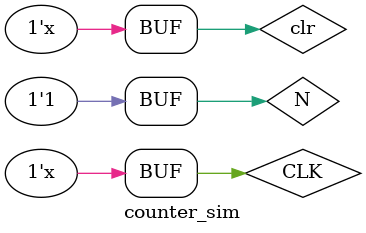
<source format=v>
`timescale 1ns / 1ps

module counter_sim();

reg CLK,clr,N;
wire A0,A1,A2,A3;
design_1 ul(A0,A1,A2,A3,CLK,N,clr);
initial
begin
 CLK = 0;
 clr = 0;
 N = 1; 
 end
 always #5 CLK=~CLK;
 always #100 clr=~clr;
endmodule

</source>
